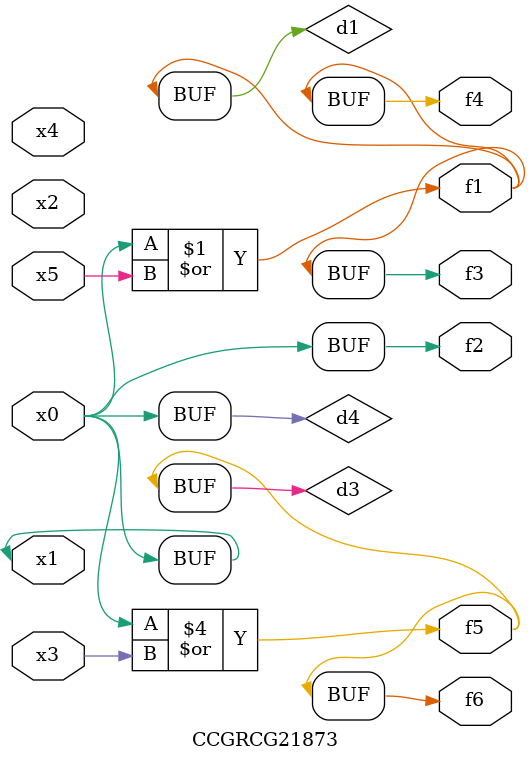
<source format=v>
module CCGRCG21873(
	input x0, x1, x2, x3, x4, x5,
	output f1, f2, f3, f4, f5, f6
);

	wire d1, d2, d3, d4;

	or (d1, x0, x5);
	xnor (d2, x1, x4);
	or (d3, x0, x3);
	buf (d4, x0, x1);
	assign f1 = d1;
	assign f2 = d4;
	assign f3 = d1;
	assign f4 = d1;
	assign f5 = d3;
	assign f6 = d3;
endmodule

</source>
